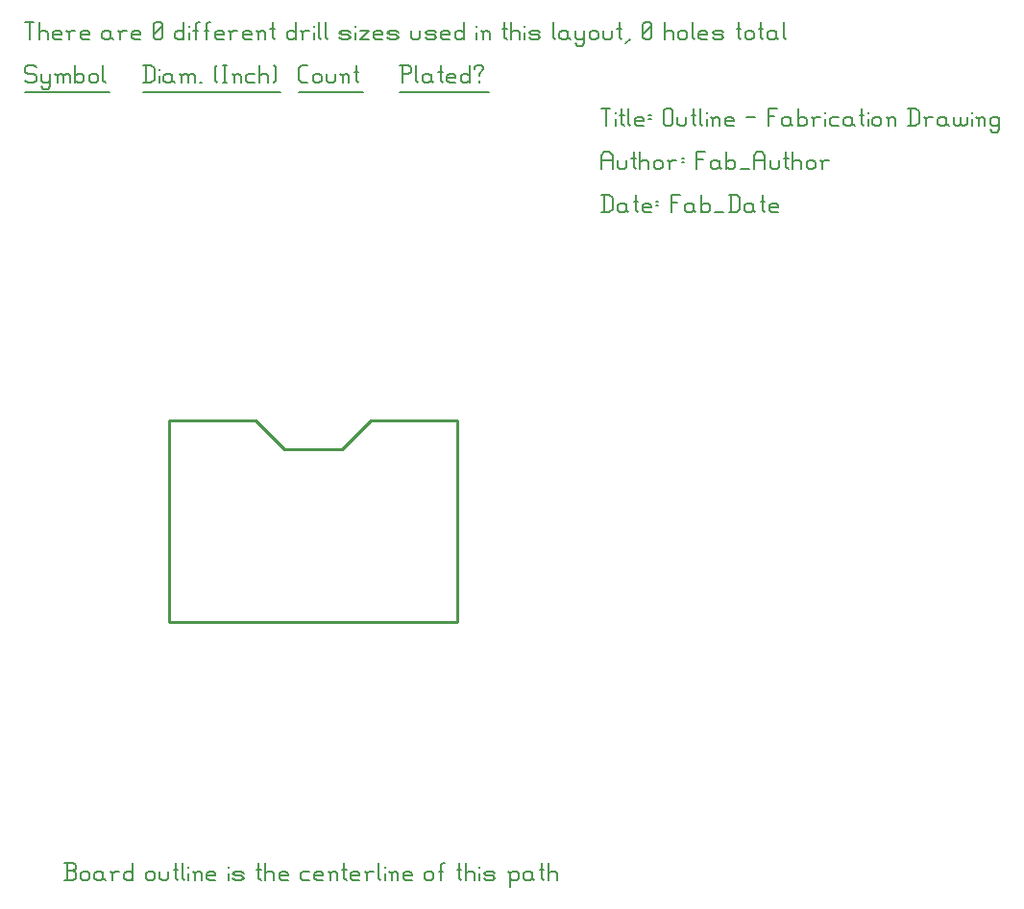
<source format=gbr>
G04 start of page 4 for group -3984 idx -3984 *
G04 Title: Outline, fab *
G04 Creator: pcb v4.0.0-g08c339ec *
G04 CreationDate: Tue Apr  4 02:45:08 2017 UTC *
G04 For: dan *
G04 Format: Gerber/RS-274X *
G04 PCB-Dimensions (mil): 2000.00 2000.00 *
G04 PCB-Coordinate-Origin: lower left *
%MOIN*%
%FSLAX25Y25*%
%LNFAB*%
%ADD15C,0.0100*%
%ADD14C,0.0075*%
%ADD13C,0.0060*%
G54D13*X3000Y273500D02*X3750Y272750D01*
X750Y273500D02*X3000D01*
X0Y272750D02*X750Y273500D01*
X0Y272750D02*Y271250D01*
X750Y270500D01*
X3000D01*
X3750Y269750D01*
Y268250D01*
X3000Y267500D02*X3750Y268250D01*
X750Y267500D02*X3000D01*
X0Y268250D02*X750Y267500D01*
X5550Y270500D02*Y268250D01*
X6300Y267500D01*
X8550Y270500D02*Y266000D01*
X7800Y265250D02*X8550Y266000D01*
X6300Y265250D02*X7800D01*
X5550Y266000D02*X6300Y265250D01*
Y267500D02*X7800D01*
X8550Y268250D01*
X11100Y269750D02*Y267500D01*
Y269750D02*X11850Y270500D01*
X12600D01*
X13350Y269750D01*
Y267500D01*
Y269750D02*X14100Y270500D01*
X14850D01*
X15600Y269750D01*
Y267500D01*
X10350Y270500D02*X11100Y269750D01*
X17400Y273500D02*Y267500D01*
Y268250D02*X18150Y267500D01*
X19650D01*
X20400Y268250D01*
Y269750D02*Y268250D01*
X19650Y270500D02*X20400Y269750D01*
X18150Y270500D02*X19650D01*
X17400Y269750D02*X18150Y270500D01*
X22200Y269750D02*Y268250D01*
Y269750D02*X22950Y270500D01*
X24450D01*
X25200Y269750D01*
Y268250D01*
X24450Y267500D02*X25200Y268250D01*
X22950Y267500D02*X24450D01*
X22200Y268250D02*X22950Y267500D01*
X27000Y273500D02*Y268250D01*
X27750Y267500D01*
X0Y264250D02*X29250D01*
X41750Y273500D02*Y267500D01*
X43700Y273500D02*X44750Y272450D01*
Y268550D01*
X43700Y267500D02*X44750Y268550D01*
X41000Y267500D02*X43700D01*
X41000Y273500D02*X43700D01*
G54D14*X46550Y272000D02*Y271850D01*
G54D13*Y269750D02*Y267500D01*
X50300Y270500D02*X51050Y269750D01*
X48800Y270500D02*X50300D01*
X48050Y269750D02*X48800Y270500D01*
X48050Y269750D02*Y268250D01*
X48800Y267500D01*
X51050Y270500D02*Y268250D01*
X51800Y267500D01*
X48800D02*X50300D01*
X51050Y268250D01*
X54350Y269750D02*Y267500D01*
Y269750D02*X55100Y270500D01*
X55850D01*
X56600Y269750D01*
Y267500D01*
Y269750D02*X57350Y270500D01*
X58100D01*
X58850Y269750D01*
Y267500D01*
X53600Y270500D02*X54350Y269750D01*
X60650Y267500D02*X61400D01*
X65900Y268250D02*X66650Y267500D01*
X65900Y272750D02*X66650Y273500D01*
X65900Y272750D02*Y268250D01*
X68450Y273500D02*X69950D01*
X69200D02*Y267500D01*
X68450D02*X69950D01*
X72500Y269750D02*Y267500D01*
Y269750D02*X73250Y270500D01*
X74000D01*
X74750Y269750D01*
Y267500D01*
X71750Y270500D02*X72500Y269750D01*
X77300Y270500D02*X79550D01*
X76550Y269750D02*X77300Y270500D01*
X76550Y269750D02*Y268250D01*
X77300Y267500D01*
X79550D01*
X81350Y273500D02*Y267500D01*
Y269750D02*X82100Y270500D01*
X83600D01*
X84350Y269750D01*
Y267500D01*
X86150Y273500D02*X86900Y272750D01*
Y268250D01*
X86150Y267500D02*X86900Y268250D01*
X41000Y264250D02*X88700D01*
X96050Y267500D02*X98000D01*
X95000Y268550D02*X96050Y267500D01*
X95000Y272450D02*Y268550D01*
Y272450D02*X96050Y273500D01*
X98000D01*
X99800Y269750D02*Y268250D01*
Y269750D02*X100550Y270500D01*
X102050D01*
X102800Y269750D01*
Y268250D01*
X102050Y267500D02*X102800Y268250D01*
X100550Y267500D02*X102050D01*
X99800Y268250D02*X100550Y267500D01*
X104600Y270500D02*Y268250D01*
X105350Y267500D01*
X106850D01*
X107600Y268250D01*
Y270500D02*Y268250D01*
X110150Y269750D02*Y267500D01*
Y269750D02*X110900Y270500D01*
X111650D01*
X112400Y269750D01*
Y267500D01*
X109400Y270500D02*X110150Y269750D01*
X114950Y273500D02*Y268250D01*
X115700Y267500D01*
X114200Y271250D02*X115700D01*
X95000Y264250D02*X117200D01*
X130750Y273500D02*Y267500D01*
X130000Y273500D02*X133000D01*
X133750Y272750D01*
Y271250D01*
X133000Y270500D02*X133750Y271250D01*
X130750Y270500D02*X133000D01*
X135550Y273500D02*Y268250D01*
X136300Y267500D01*
X140050Y270500D02*X140800Y269750D01*
X138550Y270500D02*X140050D01*
X137800Y269750D02*X138550Y270500D01*
X137800Y269750D02*Y268250D01*
X138550Y267500D01*
X140800Y270500D02*Y268250D01*
X141550Y267500D01*
X138550D02*X140050D01*
X140800Y268250D01*
X144100Y273500D02*Y268250D01*
X144850Y267500D01*
X143350Y271250D02*X144850D01*
X147100Y267500D02*X149350D01*
X146350Y268250D02*X147100Y267500D01*
X146350Y269750D02*Y268250D01*
Y269750D02*X147100Y270500D01*
X148600D01*
X149350Y269750D01*
X146350Y269000D02*X149350D01*
Y269750D02*Y269000D01*
X154150Y273500D02*Y267500D01*
X153400D02*X154150Y268250D01*
X151900Y267500D02*X153400D01*
X151150Y268250D02*X151900Y267500D01*
X151150Y269750D02*Y268250D01*
Y269750D02*X151900Y270500D01*
X153400D01*
X154150Y269750D01*
X157450Y270500D02*Y269750D01*
Y268250D02*Y267500D01*
X155950Y272750D02*Y272000D01*
Y272750D02*X156700Y273500D01*
X158200D01*
X158950Y272750D01*
Y272000D01*
X157450Y270500D02*X158950Y272000D01*
X130000Y264250D02*X160750D01*
X0Y288500D02*X3000D01*
X1500D02*Y282500D01*
X4800Y288500D02*Y282500D01*
Y284750D02*X5550Y285500D01*
X7050D01*
X7800Y284750D01*
Y282500D01*
X10350D02*X12600D01*
X9600Y283250D02*X10350Y282500D01*
X9600Y284750D02*Y283250D01*
Y284750D02*X10350Y285500D01*
X11850D01*
X12600Y284750D01*
X9600Y284000D02*X12600D01*
Y284750D02*Y284000D01*
X15150Y284750D02*Y282500D01*
Y284750D02*X15900Y285500D01*
X17400D01*
X14400D02*X15150Y284750D01*
X19950Y282500D02*X22200D01*
X19200Y283250D02*X19950Y282500D01*
X19200Y284750D02*Y283250D01*
Y284750D02*X19950Y285500D01*
X21450D01*
X22200Y284750D01*
X19200Y284000D02*X22200D01*
Y284750D02*Y284000D01*
X28950Y285500D02*X29700Y284750D01*
X27450Y285500D02*X28950D01*
X26700Y284750D02*X27450Y285500D01*
X26700Y284750D02*Y283250D01*
X27450Y282500D01*
X29700Y285500D02*Y283250D01*
X30450Y282500D01*
X27450D02*X28950D01*
X29700Y283250D01*
X33000Y284750D02*Y282500D01*
Y284750D02*X33750Y285500D01*
X35250D01*
X32250D02*X33000Y284750D01*
X37800Y282500D02*X40050D01*
X37050Y283250D02*X37800Y282500D01*
X37050Y284750D02*Y283250D01*
Y284750D02*X37800Y285500D01*
X39300D01*
X40050Y284750D01*
X37050Y284000D02*X40050D01*
Y284750D02*Y284000D01*
X44550Y283250D02*X45300Y282500D01*
X44550Y287750D02*Y283250D01*
Y287750D02*X45300Y288500D01*
X46800D01*
X47550Y287750D01*
Y283250D01*
X46800Y282500D02*X47550Y283250D01*
X45300Y282500D02*X46800D01*
X44550Y284000D02*X47550Y287000D01*
X55050Y288500D02*Y282500D01*
X54300D02*X55050Y283250D01*
X52800Y282500D02*X54300D01*
X52050Y283250D02*X52800Y282500D01*
X52050Y284750D02*Y283250D01*
Y284750D02*X52800Y285500D01*
X54300D01*
X55050Y284750D01*
G54D14*X56850Y287000D02*Y286850D01*
G54D13*Y284750D02*Y282500D01*
X59100Y287750D02*Y282500D01*
Y287750D02*X59850Y288500D01*
X60600D01*
X58350Y285500D02*X59850D01*
X62850Y287750D02*Y282500D01*
Y287750D02*X63600Y288500D01*
X64350D01*
X62100Y285500D02*X63600D01*
X66600Y282500D02*X68850D01*
X65850Y283250D02*X66600Y282500D01*
X65850Y284750D02*Y283250D01*
Y284750D02*X66600Y285500D01*
X68100D01*
X68850Y284750D01*
X65850Y284000D02*X68850D01*
Y284750D02*Y284000D01*
X71400Y284750D02*Y282500D01*
Y284750D02*X72150Y285500D01*
X73650D01*
X70650D02*X71400Y284750D01*
X76200Y282500D02*X78450D01*
X75450Y283250D02*X76200Y282500D01*
X75450Y284750D02*Y283250D01*
Y284750D02*X76200Y285500D01*
X77700D01*
X78450Y284750D01*
X75450Y284000D02*X78450D01*
Y284750D02*Y284000D01*
X81000Y284750D02*Y282500D01*
Y284750D02*X81750Y285500D01*
X82500D01*
X83250Y284750D01*
Y282500D01*
X80250Y285500D02*X81000Y284750D01*
X85800Y288500D02*Y283250D01*
X86550Y282500D01*
X85050Y286250D02*X86550D01*
X93750Y288500D02*Y282500D01*
X93000D02*X93750Y283250D01*
X91500Y282500D02*X93000D01*
X90750Y283250D02*X91500Y282500D01*
X90750Y284750D02*Y283250D01*
Y284750D02*X91500Y285500D01*
X93000D01*
X93750Y284750D01*
X96300D02*Y282500D01*
Y284750D02*X97050Y285500D01*
X98550D01*
X95550D02*X96300Y284750D01*
G54D14*X100350Y287000D02*Y286850D01*
G54D13*Y284750D02*Y282500D01*
X101850Y288500D02*Y283250D01*
X102600Y282500D01*
X104100Y288500D02*Y283250D01*
X104850Y282500D01*
X109800D02*X112050D01*
X112800Y283250D01*
X112050Y284000D02*X112800Y283250D01*
X109800Y284000D02*X112050D01*
X109050Y284750D02*X109800Y284000D01*
X109050Y284750D02*X109800Y285500D01*
X112050D01*
X112800Y284750D01*
X109050Y283250D02*X109800Y282500D01*
G54D14*X114600Y287000D02*Y286850D01*
G54D13*Y284750D02*Y282500D01*
X116100Y285500D02*X119100D01*
X116100Y282500D02*X119100Y285500D01*
X116100Y282500D02*X119100D01*
X121650D02*X123900D01*
X120900Y283250D02*X121650Y282500D01*
X120900Y284750D02*Y283250D01*
Y284750D02*X121650Y285500D01*
X123150D01*
X123900Y284750D01*
X120900Y284000D02*X123900D01*
Y284750D02*Y284000D01*
X126450Y282500D02*X128700D01*
X129450Y283250D01*
X128700Y284000D02*X129450Y283250D01*
X126450Y284000D02*X128700D01*
X125700Y284750D02*X126450Y284000D01*
X125700Y284750D02*X126450Y285500D01*
X128700D01*
X129450Y284750D01*
X125700Y283250D02*X126450Y282500D01*
X133950Y285500D02*Y283250D01*
X134700Y282500D01*
X136200D01*
X136950Y283250D01*
Y285500D02*Y283250D01*
X139500Y282500D02*X141750D01*
X142500Y283250D01*
X141750Y284000D02*X142500Y283250D01*
X139500Y284000D02*X141750D01*
X138750Y284750D02*X139500Y284000D01*
X138750Y284750D02*X139500Y285500D01*
X141750D01*
X142500Y284750D01*
X138750Y283250D02*X139500Y282500D01*
X145050D02*X147300D01*
X144300Y283250D02*X145050Y282500D01*
X144300Y284750D02*Y283250D01*
Y284750D02*X145050Y285500D01*
X146550D01*
X147300Y284750D01*
X144300Y284000D02*X147300D01*
Y284750D02*Y284000D01*
X152100Y288500D02*Y282500D01*
X151350D02*X152100Y283250D01*
X149850Y282500D02*X151350D01*
X149100Y283250D02*X149850Y282500D01*
X149100Y284750D02*Y283250D01*
Y284750D02*X149850Y285500D01*
X151350D01*
X152100Y284750D01*
G54D14*X156600Y287000D02*Y286850D01*
G54D13*Y284750D02*Y282500D01*
X158850Y284750D02*Y282500D01*
Y284750D02*X159600Y285500D01*
X160350D01*
X161100Y284750D01*
Y282500D01*
X158100Y285500D02*X158850Y284750D01*
X166350Y288500D02*Y283250D01*
X167100Y282500D01*
X165600Y286250D02*X167100D01*
X168600Y288500D02*Y282500D01*
Y284750D02*X169350Y285500D01*
X170850D01*
X171600Y284750D01*
Y282500D01*
G54D14*X173400Y287000D02*Y286850D01*
G54D13*Y284750D02*Y282500D01*
X175650D02*X177900D01*
X178650Y283250D01*
X177900Y284000D02*X178650Y283250D01*
X175650Y284000D02*X177900D01*
X174900Y284750D02*X175650Y284000D01*
X174900Y284750D02*X175650Y285500D01*
X177900D01*
X178650Y284750D01*
X174900Y283250D02*X175650Y282500D01*
X183150Y288500D02*Y283250D01*
X183900Y282500D01*
X187650Y285500D02*X188400Y284750D01*
X186150Y285500D02*X187650D01*
X185400Y284750D02*X186150Y285500D01*
X185400Y284750D02*Y283250D01*
X186150Y282500D01*
X188400Y285500D02*Y283250D01*
X189150Y282500D01*
X186150D02*X187650D01*
X188400Y283250D01*
X190950Y285500D02*Y283250D01*
X191700Y282500D01*
X193950Y285500D02*Y281000D01*
X193200Y280250D02*X193950Y281000D01*
X191700Y280250D02*X193200D01*
X190950Y281000D02*X191700Y280250D01*
Y282500D02*X193200D01*
X193950Y283250D01*
X195750Y284750D02*Y283250D01*
Y284750D02*X196500Y285500D01*
X198000D01*
X198750Y284750D01*
Y283250D01*
X198000Y282500D02*X198750Y283250D01*
X196500Y282500D02*X198000D01*
X195750Y283250D02*X196500Y282500D01*
X200550Y285500D02*Y283250D01*
X201300Y282500D01*
X202800D01*
X203550Y283250D01*
Y285500D02*Y283250D01*
X206100Y288500D02*Y283250D01*
X206850Y282500D01*
X205350Y286250D02*X206850D01*
X208350Y281000D02*X209850Y282500D01*
X214350Y283250D02*X215100Y282500D01*
X214350Y287750D02*Y283250D01*
Y287750D02*X215100Y288500D01*
X216600D01*
X217350Y287750D01*
Y283250D01*
X216600Y282500D02*X217350Y283250D01*
X215100Y282500D02*X216600D01*
X214350Y284000D02*X217350Y287000D01*
X221850Y288500D02*Y282500D01*
Y284750D02*X222600Y285500D01*
X224100D01*
X224850Y284750D01*
Y282500D01*
X226650Y284750D02*Y283250D01*
Y284750D02*X227400Y285500D01*
X228900D01*
X229650Y284750D01*
Y283250D01*
X228900Y282500D02*X229650Y283250D01*
X227400Y282500D02*X228900D01*
X226650Y283250D02*X227400Y282500D01*
X231450Y288500D02*Y283250D01*
X232200Y282500D01*
X234450D02*X236700D01*
X233700Y283250D02*X234450Y282500D01*
X233700Y284750D02*Y283250D01*
Y284750D02*X234450Y285500D01*
X235950D01*
X236700Y284750D01*
X233700Y284000D02*X236700D01*
Y284750D02*Y284000D01*
X239250Y282500D02*X241500D01*
X242250Y283250D01*
X241500Y284000D02*X242250Y283250D01*
X239250Y284000D02*X241500D01*
X238500Y284750D02*X239250Y284000D01*
X238500Y284750D02*X239250Y285500D01*
X241500D01*
X242250Y284750D01*
X238500Y283250D02*X239250Y282500D01*
X247500Y288500D02*Y283250D01*
X248250Y282500D01*
X246750Y286250D02*X248250D01*
X249750Y284750D02*Y283250D01*
Y284750D02*X250500Y285500D01*
X252000D01*
X252750Y284750D01*
Y283250D01*
X252000Y282500D02*X252750Y283250D01*
X250500Y282500D02*X252000D01*
X249750Y283250D02*X250500Y282500D01*
X255300Y288500D02*Y283250D01*
X256050Y282500D01*
X254550Y286250D02*X256050D01*
X259800Y285500D02*X260550Y284750D01*
X258300Y285500D02*X259800D01*
X257550Y284750D02*X258300Y285500D01*
X257550Y284750D02*Y283250D01*
X258300Y282500D01*
X260550Y285500D02*Y283250D01*
X261300Y282500D01*
X258300D02*X259800D01*
X260550Y283250D01*
X263100Y288500D02*Y283250D01*
X263850Y282500D01*
G54D15*X90000Y140000D02*X110000D01*
X120000Y150000D01*
X150000D01*
Y80000D02*Y150000D01*
X90000Y140000D02*X80000Y150000D01*
X50000D01*
Y80000D01*
X150000D01*
G54D13*X13675Y-9500D02*X16675D01*
X17425Y-8750D01*
Y-6950D02*Y-8750D01*
X16675Y-6200D02*X17425Y-6950D01*
X14425Y-6200D02*X16675D01*
X14425Y-3500D02*Y-9500D01*
X13675Y-3500D02*X16675D01*
X17425Y-4250D01*
Y-5450D01*
X16675Y-6200D02*X17425Y-5450D01*
X19225Y-7250D02*Y-8750D01*
Y-7250D02*X19975Y-6500D01*
X21475D01*
X22225Y-7250D01*
Y-8750D01*
X21475Y-9500D02*X22225Y-8750D01*
X19975Y-9500D02*X21475D01*
X19225Y-8750D02*X19975Y-9500D01*
X26275Y-6500D02*X27025Y-7250D01*
X24775Y-6500D02*X26275D01*
X24025Y-7250D02*X24775Y-6500D01*
X24025Y-7250D02*Y-8750D01*
X24775Y-9500D01*
X27025Y-6500D02*Y-8750D01*
X27775Y-9500D01*
X24775D02*X26275D01*
X27025Y-8750D01*
X30325Y-7250D02*Y-9500D01*
Y-7250D02*X31075Y-6500D01*
X32575D01*
X29575D02*X30325Y-7250D01*
X37375Y-3500D02*Y-9500D01*
X36625D02*X37375Y-8750D01*
X35125Y-9500D02*X36625D01*
X34375Y-8750D02*X35125Y-9500D01*
X34375Y-7250D02*Y-8750D01*
Y-7250D02*X35125Y-6500D01*
X36625D01*
X37375Y-7250D01*
X41875D02*Y-8750D01*
Y-7250D02*X42625Y-6500D01*
X44125D01*
X44875Y-7250D01*
Y-8750D01*
X44125Y-9500D02*X44875Y-8750D01*
X42625Y-9500D02*X44125D01*
X41875Y-8750D02*X42625Y-9500D01*
X46675Y-6500D02*Y-8750D01*
X47425Y-9500D01*
X48925D01*
X49675Y-8750D01*
Y-6500D02*Y-8750D01*
X52225Y-3500D02*Y-8750D01*
X52975Y-9500D01*
X51475Y-5750D02*X52975D01*
X54475Y-3500D02*Y-8750D01*
X55225Y-9500D01*
G54D14*X56725Y-5000D02*Y-5150D01*
G54D13*Y-7250D02*Y-9500D01*
X58975Y-7250D02*Y-9500D01*
Y-7250D02*X59725Y-6500D01*
X60475D01*
X61225Y-7250D01*
Y-9500D01*
X58225Y-6500D02*X58975Y-7250D01*
X63775Y-9500D02*X66025D01*
X63025Y-8750D02*X63775Y-9500D01*
X63025Y-7250D02*Y-8750D01*
Y-7250D02*X63775Y-6500D01*
X65275D01*
X66025Y-7250D01*
X63025Y-8000D02*X66025D01*
Y-7250D02*Y-8000D01*
G54D14*X70525Y-5000D02*Y-5150D01*
G54D13*Y-7250D02*Y-9500D01*
X72775D02*X75025D01*
X75775Y-8750D01*
X75025Y-8000D02*X75775Y-8750D01*
X72775Y-8000D02*X75025D01*
X72025Y-7250D02*X72775Y-8000D01*
X72025Y-7250D02*X72775Y-6500D01*
X75025D01*
X75775Y-7250D01*
X72025Y-8750D02*X72775Y-9500D01*
X81025Y-3500D02*Y-8750D01*
X81775Y-9500D01*
X80275Y-5750D02*X81775D01*
X83275Y-3500D02*Y-9500D01*
Y-7250D02*X84025Y-6500D01*
X85525D01*
X86275Y-7250D01*
Y-9500D01*
X88825D02*X91075D01*
X88075Y-8750D02*X88825Y-9500D01*
X88075Y-7250D02*Y-8750D01*
Y-7250D02*X88825Y-6500D01*
X90325D01*
X91075Y-7250D01*
X88075Y-8000D02*X91075D01*
Y-7250D02*Y-8000D01*
X96325Y-6500D02*X98575D01*
X95575Y-7250D02*X96325Y-6500D01*
X95575Y-7250D02*Y-8750D01*
X96325Y-9500D01*
X98575D01*
X101125D02*X103375D01*
X100375Y-8750D02*X101125Y-9500D01*
X100375Y-7250D02*Y-8750D01*
Y-7250D02*X101125Y-6500D01*
X102625D01*
X103375Y-7250D01*
X100375Y-8000D02*X103375D01*
Y-7250D02*Y-8000D01*
X105925Y-7250D02*Y-9500D01*
Y-7250D02*X106675Y-6500D01*
X107425D01*
X108175Y-7250D01*
Y-9500D01*
X105175Y-6500D02*X105925Y-7250D01*
X110725Y-3500D02*Y-8750D01*
X111475Y-9500D01*
X109975Y-5750D02*X111475D01*
X113725Y-9500D02*X115975D01*
X112975Y-8750D02*X113725Y-9500D01*
X112975Y-7250D02*Y-8750D01*
Y-7250D02*X113725Y-6500D01*
X115225D01*
X115975Y-7250D01*
X112975Y-8000D02*X115975D01*
Y-7250D02*Y-8000D01*
X118525Y-7250D02*Y-9500D01*
Y-7250D02*X119275Y-6500D01*
X120775D01*
X117775D02*X118525Y-7250D01*
X122575Y-3500D02*Y-8750D01*
X123325Y-9500D01*
G54D14*X124825Y-5000D02*Y-5150D01*
G54D13*Y-7250D02*Y-9500D01*
X127075Y-7250D02*Y-9500D01*
Y-7250D02*X127825Y-6500D01*
X128575D01*
X129325Y-7250D01*
Y-9500D01*
X126325Y-6500D02*X127075Y-7250D01*
X131875Y-9500D02*X134125D01*
X131125Y-8750D02*X131875Y-9500D01*
X131125Y-7250D02*Y-8750D01*
Y-7250D02*X131875Y-6500D01*
X133375D01*
X134125Y-7250D01*
X131125Y-8000D02*X134125D01*
Y-7250D02*Y-8000D01*
X138625Y-7250D02*Y-8750D01*
Y-7250D02*X139375Y-6500D01*
X140875D01*
X141625Y-7250D01*
Y-8750D01*
X140875Y-9500D02*X141625Y-8750D01*
X139375Y-9500D02*X140875D01*
X138625Y-8750D02*X139375Y-9500D01*
X144175Y-4250D02*Y-9500D01*
Y-4250D02*X144925Y-3500D01*
X145675D01*
X143425Y-6500D02*X144925D01*
X150625Y-3500D02*Y-8750D01*
X151375Y-9500D01*
X149875Y-5750D02*X151375D01*
X152875Y-3500D02*Y-9500D01*
Y-7250D02*X153625Y-6500D01*
X155125D01*
X155875Y-7250D01*
Y-9500D01*
G54D14*X157675Y-5000D02*Y-5150D01*
G54D13*Y-7250D02*Y-9500D01*
X159925D02*X162175D01*
X162925Y-8750D01*
X162175Y-8000D02*X162925Y-8750D01*
X159925Y-8000D02*X162175D01*
X159175Y-7250D02*X159925Y-8000D01*
X159175Y-7250D02*X159925Y-6500D01*
X162175D01*
X162925Y-7250D01*
X159175Y-8750D02*X159925Y-9500D01*
X168175Y-7250D02*Y-11750D01*
X167425Y-6500D02*X168175Y-7250D01*
X168925Y-6500D01*
X170425D01*
X171175Y-7250D01*
Y-8750D01*
X170425Y-9500D02*X171175Y-8750D01*
X168925Y-9500D02*X170425D01*
X168175Y-8750D02*X168925Y-9500D01*
X175225Y-6500D02*X175975Y-7250D01*
X173725Y-6500D02*X175225D01*
X172975Y-7250D02*X173725Y-6500D01*
X172975Y-7250D02*Y-8750D01*
X173725Y-9500D01*
X175975Y-6500D02*Y-8750D01*
X176725Y-9500D01*
X173725D02*X175225D01*
X175975Y-8750D01*
X179275Y-3500D02*Y-8750D01*
X180025Y-9500D01*
X178525Y-5750D02*X180025D01*
X181525Y-3500D02*Y-9500D01*
Y-7250D02*X182275Y-6500D01*
X183775D01*
X184525Y-7250D01*
Y-9500D01*
X200750Y228500D02*Y222500D01*
X202700Y228500D02*X203750Y227450D01*
Y223550D01*
X202700Y222500D02*X203750Y223550D01*
X200000Y222500D02*X202700D01*
X200000Y228500D02*X202700D01*
X207800Y225500D02*X208550Y224750D01*
X206300Y225500D02*X207800D01*
X205550Y224750D02*X206300Y225500D01*
X205550Y224750D02*Y223250D01*
X206300Y222500D01*
X208550Y225500D02*Y223250D01*
X209300Y222500D01*
X206300D02*X207800D01*
X208550Y223250D01*
X211850Y228500D02*Y223250D01*
X212600Y222500D01*
X211100Y226250D02*X212600D01*
X214850Y222500D02*X217100D01*
X214100Y223250D02*X214850Y222500D01*
X214100Y224750D02*Y223250D01*
Y224750D02*X214850Y225500D01*
X216350D01*
X217100Y224750D01*
X214100Y224000D02*X217100D01*
Y224750D02*Y224000D01*
X218900Y226250D02*X219650D01*
X218900Y224750D02*X219650D01*
X224150Y228500D02*Y222500D01*
Y228500D02*X227150D01*
X224150Y225800D02*X226400D01*
X231200Y225500D02*X231950Y224750D01*
X229700Y225500D02*X231200D01*
X228950Y224750D02*X229700Y225500D01*
X228950Y224750D02*Y223250D01*
X229700Y222500D01*
X231950Y225500D02*Y223250D01*
X232700Y222500D01*
X229700D02*X231200D01*
X231950Y223250D01*
X234500Y228500D02*Y222500D01*
Y223250D02*X235250Y222500D01*
X236750D01*
X237500Y223250D01*
Y224750D02*Y223250D01*
X236750Y225500D02*X237500Y224750D01*
X235250Y225500D02*X236750D01*
X234500Y224750D02*X235250Y225500D01*
X239300Y222500D02*X242300D01*
X244850Y228500D02*Y222500D01*
X246800Y228500D02*X247850Y227450D01*
Y223550D01*
X246800Y222500D02*X247850Y223550D01*
X244100Y222500D02*X246800D01*
X244100Y228500D02*X246800D01*
X251900Y225500D02*X252650Y224750D01*
X250400Y225500D02*X251900D01*
X249650Y224750D02*X250400Y225500D01*
X249650Y224750D02*Y223250D01*
X250400Y222500D01*
X252650Y225500D02*Y223250D01*
X253400Y222500D01*
X250400D02*X251900D01*
X252650Y223250D01*
X255950Y228500D02*Y223250D01*
X256700Y222500D01*
X255200Y226250D02*X256700D01*
X258950Y222500D02*X261200D01*
X258200Y223250D02*X258950Y222500D01*
X258200Y224750D02*Y223250D01*
Y224750D02*X258950Y225500D01*
X260450D01*
X261200Y224750D01*
X258200Y224000D02*X261200D01*
Y224750D02*Y224000D01*
X200000Y242000D02*Y237500D01*
Y242000D02*X201050Y243500D01*
X202700D01*
X203750Y242000D01*
Y237500D01*
X200000Y240500D02*X203750D01*
X205550D02*Y238250D01*
X206300Y237500D01*
X207800D01*
X208550Y238250D01*
Y240500D02*Y238250D01*
X211100Y243500D02*Y238250D01*
X211850Y237500D01*
X210350Y241250D02*X211850D01*
X213350Y243500D02*Y237500D01*
Y239750D02*X214100Y240500D01*
X215600D01*
X216350Y239750D01*
Y237500D01*
X218150Y239750D02*Y238250D01*
Y239750D02*X218900Y240500D01*
X220400D01*
X221150Y239750D01*
Y238250D01*
X220400Y237500D02*X221150Y238250D01*
X218900Y237500D02*X220400D01*
X218150Y238250D02*X218900Y237500D01*
X223700Y239750D02*Y237500D01*
Y239750D02*X224450Y240500D01*
X225950D01*
X222950D02*X223700Y239750D01*
X227750Y241250D02*X228500D01*
X227750Y239750D02*X228500D01*
X233000Y243500D02*Y237500D01*
Y243500D02*X236000D01*
X233000Y240800D02*X235250D01*
X240050Y240500D02*X240800Y239750D01*
X238550Y240500D02*X240050D01*
X237800Y239750D02*X238550Y240500D01*
X237800Y239750D02*Y238250D01*
X238550Y237500D01*
X240800Y240500D02*Y238250D01*
X241550Y237500D01*
X238550D02*X240050D01*
X240800Y238250D01*
X243350Y243500D02*Y237500D01*
Y238250D02*X244100Y237500D01*
X245600D01*
X246350Y238250D01*
Y239750D02*Y238250D01*
X245600Y240500D02*X246350Y239750D01*
X244100Y240500D02*X245600D01*
X243350Y239750D02*X244100Y240500D01*
X248150Y237500D02*X251150D01*
X252950Y242000D02*Y237500D01*
Y242000D02*X254000Y243500D01*
X255650D01*
X256700Y242000D01*
Y237500D01*
X252950Y240500D02*X256700D01*
X258500D02*Y238250D01*
X259250Y237500D01*
X260750D01*
X261500Y238250D01*
Y240500D02*Y238250D01*
X264050Y243500D02*Y238250D01*
X264800Y237500D01*
X263300Y241250D02*X264800D01*
X266300Y243500D02*Y237500D01*
Y239750D02*X267050Y240500D01*
X268550D01*
X269300Y239750D01*
Y237500D01*
X271100Y239750D02*Y238250D01*
Y239750D02*X271850Y240500D01*
X273350D01*
X274100Y239750D01*
Y238250D01*
X273350Y237500D02*X274100Y238250D01*
X271850Y237500D02*X273350D01*
X271100Y238250D02*X271850Y237500D01*
X276650Y239750D02*Y237500D01*
Y239750D02*X277400Y240500D01*
X278900D01*
X275900D02*X276650Y239750D01*
X200000Y258500D02*X203000D01*
X201500D02*Y252500D01*
G54D14*X204800Y257000D02*Y256850D01*
G54D13*Y254750D02*Y252500D01*
X207050Y258500D02*Y253250D01*
X207800Y252500D01*
X206300Y256250D02*X207800D01*
X209300Y258500D02*Y253250D01*
X210050Y252500D01*
X212300D02*X214550D01*
X211550Y253250D02*X212300Y252500D01*
X211550Y254750D02*Y253250D01*
Y254750D02*X212300Y255500D01*
X213800D01*
X214550Y254750D01*
X211550Y254000D02*X214550D01*
Y254750D02*Y254000D01*
X216350Y256250D02*X217100D01*
X216350Y254750D02*X217100D01*
X221600Y257750D02*Y253250D01*
Y257750D02*X222350Y258500D01*
X223850D01*
X224600Y257750D01*
Y253250D01*
X223850Y252500D02*X224600Y253250D01*
X222350Y252500D02*X223850D01*
X221600Y253250D02*X222350Y252500D01*
X226400Y255500D02*Y253250D01*
X227150Y252500D01*
X228650D01*
X229400Y253250D01*
Y255500D02*Y253250D01*
X231950Y258500D02*Y253250D01*
X232700Y252500D01*
X231200Y256250D02*X232700D01*
X234200Y258500D02*Y253250D01*
X234950Y252500D01*
G54D14*X236450Y257000D02*Y256850D01*
G54D13*Y254750D02*Y252500D01*
X238700Y254750D02*Y252500D01*
Y254750D02*X239450Y255500D01*
X240200D01*
X240950Y254750D01*
Y252500D01*
X237950Y255500D02*X238700Y254750D01*
X243500Y252500D02*X245750D01*
X242750Y253250D02*X243500Y252500D01*
X242750Y254750D02*Y253250D01*
Y254750D02*X243500Y255500D01*
X245000D01*
X245750Y254750D01*
X242750Y254000D02*X245750D01*
Y254750D02*Y254000D01*
X250250Y255500D02*X253250D01*
X257750Y258500D02*Y252500D01*
Y258500D02*X260750D01*
X257750Y255800D02*X260000D01*
X264800Y255500D02*X265550Y254750D01*
X263300Y255500D02*X264800D01*
X262550Y254750D02*X263300Y255500D01*
X262550Y254750D02*Y253250D01*
X263300Y252500D01*
X265550Y255500D02*Y253250D01*
X266300Y252500D01*
X263300D02*X264800D01*
X265550Y253250D01*
X268100Y258500D02*Y252500D01*
Y253250D02*X268850Y252500D01*
X270350D01*
X271100Y253250D01*
Y254750D02*Y253250D01*
X270350Y255500D02*X271100Y254750D01*
X268850Y255500D02*X270350D01*
X268100Y254750D02*X268850Y255500D01*
X273650Y254750D02*Y252500D01*
Y254750D02*X274400Y255500D01*
X275900D01*
X272900D02*X273650Y254750D01*
G54D14*X277700Y257000D02*Y256850D01*
G54D13*Y254750D02*Y252500D01*
X279950Y255500D02*X282200D01*
X279200Y254750D02*X279950Y255500D01*
X279200Y254750D02*Y253250D01*
X279950Y252500D01*
X282200D01*
X286250Y255500D02*X287000Y254750D01*
X284750Y255500D02*X286250D01*
X284000Y254750D02*X284750Y255500D01*
X284000Y254750D02*Y253250D01*
X284750Y252500D01*
X287000Y255500D02*Y253250D01*
X287750Y252500D01*
X284750D02*X286250D01*
X287000Y253250D01*
X290300Y258500D02*Y253250D01*
X291050Y252500D01*
X289550Y256250D02*X291050D01*
G54D14*X292550Y257000D02*Y256850D01*
G54D13*Y254750D02*Y252500D01*
X294050Y254750D02*Y253250D01*
Y254750D02*X294800Y255500D01*
X296300D01*
X297050Y254750D01*
Y253250D01*
X296300Y252500D02*X297050Y253250D01*
X294800Y252500D02*X296300D01*
X294050Y253250D02*X294800Y252500D01*
X299600Y254750D02*Y252500D01*
Y254750D02*X300350Y255500D01*
X301100D01*
X301850Y254750D01*
Y252500D01*
X298850Y255500D02*X299600Y254750D01*
X307100Y258500D02*Y252500D01*
X309050Y258500D02*X310100Y257450D01*
Y253550D01*
X309050Y252500D02*X310100Y253550D01*
X306350Y252500D02*X309050D01*
X306350Y258500D02*X309050D01*
X312650Y254750D02*Y252500D01*
Y254750D02*X313400Y255500D01*
X314900D01*
X311900D02*X312650Y254750D01*
X318950Y255500D02*X319700Y254750D01*
X317450Y255500D02*X318950D01*
X316700Y254750D02*X317450Y255500D01*
X316700Y254750D02*Y253250D01*
X317450Y252500D01*
X319700Y255500D02*Y253250D01*
X320450Y252500D01*
X317450D02*X318950D01*
X319700Y253250D01*
X322250Y255500D02*Y253250D01*
X323000Y252500D01*
X323750D01*
X324500Y253250D01*
Y255500D02*Y253250D01*
X325250Y252500D01*
X326000D01*
X326750Y253250D01*
Y255500D02*Y253250D01*
G54D14*X328550Y257000D02*Y256850D01*
G54D13*Y254750D02*Y252500D01*
X330800Y254750D02*Y252500D01*
Y254750D02*X331550Y255500D01*
X332300D01*
X333050Y254750D01*
Y252500D01*
X330050Y255500D02*X330800Y254750D01*
X337100Y255500D02*X337850Y254750D01*
X335600Y255500D02*X337100D01*
X334850Y254750D02*X335600Y255500D01*
X334850Y254750D02*Y253250D01*
X335600Y252500D01*
X337100D01*
X337850Y253250D01*
X334850Y251000D02*X335600Y250250D01*
X337100D01*
X337850Y251000D01*
Y255500D02*Y251000D01*
M02*

</source>
